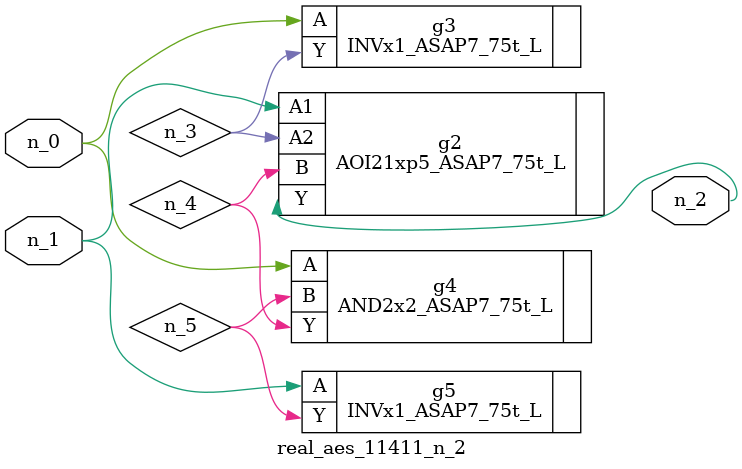
<source format=v>
module real_aes_11411_n_2 (n_0, n_1, n_2);
input n_0;
input n_1;
output n_2;
wire n_4;
wire n_3;
wire n_5;
INVx1_ASAP7_75t_L g3 ( .A(n_0), .Y(n_3) );
AND2x2_ASAP7_75t_L g4 ( .A(n_0), .B(n_5), .Y(n_4) );
AOI21xp5_ASAP7_75t_L g2 ( .A1(n_1), .A2(n_3), .B(n_4), .Y(n_2) );
INVx1_ASAP7_75t_L g5 ( .A(n_1), .Y(n_5) );
endmodule
</source>
